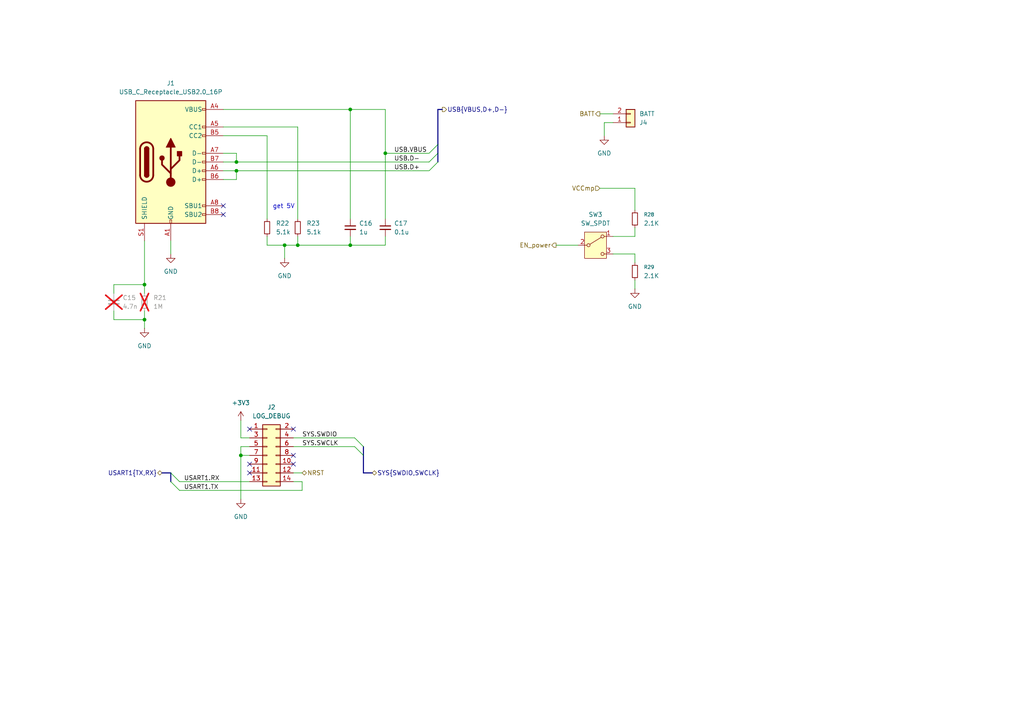
<source format=kicad_sch>
(kicad_sch (version 20250114) (generator "eeschema") (generator_version "9.0")
  (paper "A4")
  (title_block (title "All connecter") (date "2025-07-11") (rev "V1.0") (company "Taipei Tech Racing") (comment 1 "design by Chen"))
  (lib_symbols
    (symbol "Connector:USB_C_Receptacle_USB2.0_16P" (pin_names (offset 1.016))
      (property "Reference" "J" (at 0 22.225 0))
      (property "Value" "USB_C_Receptacle_USB2.0_16P" (at 0 19.685 0))
      (symbol "USB_C_Receptacle_USB2.0_16P_0_0"
        (rectangle (start -0.254 -17.78) (end 0.254 -16.764))
        (rectangle (start 10.16 15.494) (end 9.144 14.986))
        (rectangle (start 10.16 10.414) (end 9.144 9.906))
        (rectangle (start 10.16 7.874) (end 9.144 7.366))
        (rectangle (start 10.16 2.794) (end 9.144 2.286))
        (rectangle (start 10.16 0.254) (end 9.144 -0.254))
        (rectangle (start 10.16 -2.286) (end 9.144 -2.794))
        (rectangle (start 10.16 -4.826) (end 9.144 -5.334))
        (rectangle (start 10.16 -12.446) (end 9.144 -12.954))
        (rectangle (start 10.16 -14.986) (end 9.144 -15.494))
      )
      (symbol "USB_C_Receptacle_USB2.0_16P_0_1"
        (rectangle (start -10.16 17.78) (end 10.16 -17.78) (stroke (width 0.254)) (fill (type background)))
        (polyline (pts (xy -8.89 -3.81) (xy -8.89 3.81)) (stroke (width 0.508)))
        (rectangle (start -7.62 -3.81) (end -6.35 3.81) (stroke (width 0.254)) (fill (type outline)))
        (arc (start -7.62 3.81) (mid -6.985 4.4423) (end -6.35 3.81) (stroke (width 0.254)))
        (arc (start -7.62 3.81) (mid -6.985 4.4423) (end -6.35 3.81) (stroke (width 0.254)) (fill (type outline)))
        (arc (start -8.89 3.81) (mid -6.985 5.7067) (end -5.08 3.81) (stroke (width 0.508)))
        (arc (start -5.08 -3.81) (mid -6.985 -5.7067) (end -8.89 -3.81) (stroke (width 0.508)))
        (arc (start -6.35 -3.81) (mid -6.985 -4.4423) (end -7.62 -3.81) (stroke (width 0.254)))
        (arc (start -6.35 -3.81) (mid -6.985 -4.4423) (end -7.62 -3.81) (stroke (width 0.254)) (fill (type outline)))
        (polyline (pts (xy -5.08 3.81) (xy -5.08 -3.81)) (stroke (width 0.508)))
        (circle (center -2.54 1.143) (radius 0.635) (stroke (width 0.254)) (fill (type outline)))
        (polyline (pts (xy -1.27 4.318) (xy 0 6.858) (xy 1.27 4.318) (xy -1.27 4.318)) (stroke (width 0.254)) (fill (type outline)))
        (polyline (pts (xy 0 -2.032) (xy 2.54 0.508) (xy 2.54 1.778)) (stroke (width 0.508)))
        (polyline (pts (xy 0 -3.302) (xy -2.54 -0.762) (xy -2.54 0.508)) (stroke (width 0.508)))
        (polyline (pts (xy 0 -5.842) (xy 0 4.318)) (stroke (width 0.508)))
        (circle (center 0 -5.842) (radius 1.27) (fill (type outline)))
        (rectangle (start 1.905 1.778) (end 3.175 3.048) (stroke (width 0.254)) (fill (type outline)))
      )
      (symbol "USB_C_Receptacle_USB2.0_16P_1_1"
        (pin passive line (at -7.62 -22.86 90) (length 5.08) (name "SHIELD") (number "S1"))
        (pin passive line (at 0 -22.86 90) (length 5.08) (name "GND") (number "A1"))
        (pin passive line (at 0 -22.86 90) (length 5.08) (hide yes) (name "GND") (number "A12"))
        (pin passive line (at 0 -22.86 90) (length 5.08) (hide yes) (name "GND") (number "B1"))
        (pin passive line (at 0 -22.86 90) (length 5.08) (hide yes) (name "GND") (number "B12"))
        (pin passive line (at 15.24 15.24 180) (length 5.08) (name "VBUS") (number "A4"))
        (pin passive line (at 15.24 15.24 180) (length 5.08) (hide yes) (name "VBUS") (number "A9"))
        (pin passive line (at 15.24 15.24 180) (length 5.08) (hide yes) (name "VBUS") (number "B4"))
        (pin passive line (at 15.24 15.24 180) (length 5.08) (hide yes) (name "VBUS") (number "B9"))
        (pin bidirectional line (at 15.24 10.16 180) (length 5.08) (name "CC1") (number "A5"))
        (pin bidirectional line (at 15.24 7.62 180) (length 5.08) (name "CC2") (number "B5"))
        (pin bidirectional line (at 15.24 2.54 180) (length 5.08) (name "D-") (number "A7"))
        (pin bidirectional line (at 15.24 0 180) (length 5.08) (name "D-") (number "B7"))
        (pin bidirectional line (at 15.24 -2.54 180) (length 5.08) (name "D+") (number "A6"))
        (pin bidirectional line (at 15.24 -5.08 180) (length 5.08) (name "D+") (number "B6"))
        (pin bidirectional line (at 15.24 -12.7 180) (length 5.08) (name "SBU1") (number "A8"))
        (pin bidirectional line (at 15.24 -15.24 180) (length 5.08) (name "SBU2") (number "B8"))
      )
    )
    (symbol "Connector_Generic:Conn_01x02" (pin_names (offset 1.016) (hide yes))
      (property "Reference" "J" (at 0 2.54 0))
      (property "Value" "Conn_01x02" (at 0 -5.08 0))
      (symbol "Conn_01x02_1_1"
        (rectangle (start -1.27 1.27) (end 1.27 -3.81) (stroke (width 0.254)) (fill (type background)))
        (rectangle (start -1.27 0.127) (end 0 -0.127) (stroke (width 0.1524)))
        (rectangle (start -1.27 -2.413) (end 0 -2.667) (stroke (width 0.1524)))
        (pin passive line (at -5.08 0 0) (length 3.81) (name "Pin_1") (number "1"))
        (pin passive line (at -5.08 -2.54 0) (length 3.81) (name "Pin_2") (number "2"))
      )
    )
    (symbol "Connector_Generic:Conn_02x07_Odd_Even" (pin_names (offset 1.016) (hide yes))
      (property "Reference" "J" (at 1.27 10.16 0))
      (property "Value" "Conn_02x07_Odd_Even" (at 1.27 -10.16 0))
      (symbol "Conn_02x07_Odd_Even_1_1"
        (rectangle (start -1.27 8.89) (end 3.81 -8.89) (stroke (width 0.254)) (fill (type background)))
        (rectangle (start -1.27 7.747) (end 0 7.493) (stroke (width 0.1524)))
        (rectangle (start -1.27 5.207) (end 0 4.953) (stroke (width 0.1524)))
        (rectangle (start -1.27 2.667) (end 0 2.413) (stroke (width 0.1524)))
        (rectangle (start -1.27 0.127) (end 0 -0.127) (stroke (width 0.1524)))
        (rectangle (start -1.27 -2.413) (end 0 -2.667) (stroke (width 0.1524)))
        (rectangle (start -1.27 -4.953) (end 0 -5.207) (stroke (width 0.1524)))
        (rectangle (start -1.27 -7.493) (end 0 -7.747) (stroke (width 0.1524)))
        (rectangle (start 3.81 7.747) (end 2.54 7.493) (stroke (width 0.1524)))
        (rectangle (start 3.81 5.207) (end 2.54 4.953) (stroke (width 0.1524)))
        (rectangle (start 3.81 2.667) (end 2.54 2.413) (stroke (width 0.1524)))
        (rectangle (start 3.81 0.127) (end 2.54 -0.127) (stroke (width 0.1524)))
        (rectangle (start 3.81 -2.413) (end 2.54 -2.667) (stroke (width 0.1524)))
        (rectangle (start 3.81 -4.953) (end 2.54 -5.207) (stroke (width 0.1524)))
        (rectangle (start 3.81 -7.493) (end 2.54 -7.747) (stroke (width 0.1524)))
        (pin passive line (at -5.08 7.62 0) (length 3.81) (name "Pin_1") (number "1"))
        (pin passive line (at -5.08 5.08 0) (length 3.81) (name "Pin_3") (number "3"))
        (pin passive line (at -5.08 2.54 0) (length 3.81) (name "Pin_5") (number "5"))
        (pin passive line (at -5.08 0 0) (length 3.81) (name "Pin_7") (number "7"))
        (pin passive line (at -5.08 -2.54 0) (length 3.81) (name "Pin_9") (number "9"))
        (pin passive line (at -5.08 -5.08 0) (length 3.81) (name "Pin_11") (number "11"))
        (pin passive line (at -5.08 -7.62 0) (length 3.81) (name "Pin_13") (number "13"))
        (pin passive line (at 7.62 7.62 180) (length 3.81) (name "Pin_2") (number "2"))
        (pin passive line (at 7.62 5.08 180) (length 3.81) (name "Pin_4") (number "4"))
        (pin passive line (at 7.62 2.54 180) (length 3.81) (name "Pin_6") (number "6"))
        (pin passive line (at 7.62 0 180) (length 3.81) (name "Pin_8") (number "8"))
        (pin passive line (at 7.62 -2.54 180) (length 3.81) (name "Pin_10") (number "10"))
        (pin passive line (at 7.62 -5.08 180) (length 3.81) (name "Pin_12") (number "12"))
        (pin passive line (at 7.62 -7.62 180) (length 3.81) (name "Pin_14") (number "14"))
      )
    )
    (symbol "Device:C_Small" (pin_numbers (hide yes)) (pin_names (offset 0.254) (hide yes))
      (property "Reference" "C" (at 0.254 1.778 0))
      (property "Value" "C_Small" (at 0.254 -2.032 0))
      (symbol "C_Small_0_1"
        (polyline (pts (xy -1.524 0.508) (xy 1.524 0.508)) (stroke (width 0.3048)))
        (polyline (pts (xy -1.524 -0.508) (xy 1.524 -0.508)) (stroke (width 0.3302)))
      )
      (symbol "C_Small_1_1"
        (pin passive line (at 0 2.54 270) (length 2.032) (name "~") (number "1"))
        (pin passive line (at 0 -2.54 90) (length 2.032) (name "~") (number "2"))
      )
    )
    (symbol "Device:R_Small" (pin_numbers (hide yes)) (pin_names (offset 0.254) (hide yes))
      (property "Reference" "R" (at 0 0 90))
      (property "Value" "R_Small" (at 1.778 0 90))
      (symbol "R_Small_0_1"
        (rectangle (start -0.762 1.778) (end 0.762 -1.778) (stroke (width 0.2032)))
      )
      (symbol "R_Small_1_1"
        (pin passive line (at 0 2.54 270) (length 0.762) (name "~") (number "1"))
        (pin passive line (at 0 -2.54 90) (length 0.762) (name "~") (number "2"))
      )
    )
    (symbol "R_Small_1" (pin_numbers (hide yes)) (pin_names (offset 0.254) (hide yes))
      (property "Reference" "R" (at 0 0 90))
      (property "Value" "R_Small" (at 1.778 0 90))
      (symbol "R_Small_1_0_1"
        (rectangle (start -0.762 1.778) (end 0.762 -1.778) (stroke (width 0.2032)))
      )
      (symbol "R_Small_1_1_1"
        (pin passive line (at 0 2.54 270) (length 0.762) (name "~") (number "1"))
        (pin passive line (at 0 -2.54 90) (length 0.762) (name "~") (number "2"))
      )
    )
    (symbol "R_Small_2" (pin_numbers (hide yes)) (pin_names (offset 0.254) (hide yes))
      (property "Reference" "R" (at 0 0 90))
      (property "Value" "R_Small" (at 1.778 0 90))
      (symbol "R_Small_2_0_1"
        (rectangle (start -0.762 1.778) (end 0.762 -1.778) (stroke (width 0.2032)))
      )
      (symbol "R_Small_2_1_1"
        (pin passive line (at 0 2.54 270) (length 0.762) (name "~") (number "1"))
        (pin passive line (at 0 -2.54 90) (length 0.762) (name "~") (number "2"))
      )
    )
    (symbol "R_Small_3" (pin_numbers (hide yes)) (pin_names (offset 0.254) (hide yes))
      (property "Reference" "R" (at 0 0 90))
      (property "Value" "R_Small" (at 1.778 0 90))
      (symbol "R_Small_3_0_1"
        (rectangle (start -0.762 1.778) (end 0.762 -1.778) (stroke (width 0.2032)))
      )
      (symbol "R_Small_3_1_1"
        (pin passive line (at 0 2.54 270) (length 0.762) (name "~") (number "1"))
        (pin passive line (at 0 -2.54 90) (length 0.762) (name "~") (number "2"))
      )
    )
    (symbol "Switch:SW_SPDT" (pin_names (offset 0) (hide yes))
      (property "Reference" "SW" (at 0 5.08 0))
      (property "Value" "SW_SPDT" (at 0 -5.08 0))
      (symbol "SW_SPDT_0_1"
        (circle (center -2.032 0) (radius 0.4572))
        (polyline (pts (xy -1.651 0.254) (xy 1.651 2.286)))
        (circle (center 2.032 2.54) (radius 0.4572))
        (circle (center 2.032 -2.54) (radius 0.4572))
      )
      (symbol "SW_SPDT_1_1"
        (rectangle (start -3.175 3.81) (end 3.175 -3.81) (fill (type background)))
        (pin passive line (at -5.08 0 0) (length 2.54) (name "B") (number "2"))
        (pin passive line (at 5.08 2.54 180) (length 2.54) (name "A") (number "1"))
        (pin passive line (at 5.08 -2.54 180) (length 2.54) (name "C") (number "3"))
      )
    )
    (symbol "power:+3V3" (power) (pin_numbers (hide yes)) (pin_names (offset 0) (hide yes))
      (property "Value" "+3V3" (at 0 3.556 0))
      (symbol "+3V3_0_1"
        (polyline (pts (xy -0.762 1.27) (xy 0 2.54)))
        (polyline (pts (xy 0 2.54) (xy 0.762 1.27)))
        (polyline (pts (xy 0 0) (xy 0 2.54)))
      )
      (symbol "+3V3_1_1"
        (pin power_in line (at 0 0 90) (length 0) (name "~") (number "1"))
      )
    )
    (symbol "power:GND" (power) (pin_numbers (hide yes)) (pin_names (offset 0) (hide yes))
      (property "Value" "GND" (at 0 -3.81 0))
      (symbol "GND_0_1"
        (polyline (pts (xy 0 0) (xy 0 -1.27) (xy 1.27 -1.27) (xy 0 -2.54) (xy -1.27 -1.27) (xy 0 -1.27)))
      )
      (symbol "GND_1_1"
        (pin power_in line (at 0 0 270) (length 0) (name "~") (number "1"))
      )
    )
  )
  (text "get 5V" (at 82.296 59.944 0) (effects (font (size 1.27 1.27))))
  (junction (at 68.58 46.99))
  (junction (at 101.6 71.12))
  (junction (at 41.91 82.55))
  (junction (at 101.6 31.75))
  (junction (at 69.85 132.08))
  (junction (at 111.76 44.45))
  (junction (at 68.58 49.53))
  (junction (at 82.55 71.12))
  (junction (at 86.36 71.12))
  (junction (at 41.91 92.71))
  (no_connect (at 85.09 124.46))
  (no_connect (at 64.77 62.23))
  (no_connect (at 72.39 137.16))
  (no_connect (at 85.09 134.62))
  (no_connect (at 85.09 132.08))
  (no_connect (at 64.77 59.69))
  (no_connect (at 72.39 124.46))
  (no_connect (at 72.39 134.62))
  (bus_entry (at 105.41 132.08) (size -2.54 -2.54))
  (bus_entry (at 49.53 137.16) (size 2.54 2.54))
  (bus_entry (at 124.46 44.45) (size 2.54 -2.54))
  (bus_entry (at 105.41 129.54) (size -2.54 -2.54))
  (bus_entry (at 124.46 49.53) (size 2.54 -2.54))
  (bus_entry (at 124.46 46.99) (size 2.54 -2.54))
  (bus_entry (at 49.53 139.7) (size 2.54 2.54))
  (wire (pts (xy 49.53 69.85) (xy 49.53 73.66)))
  (wire (pts (xy 111.76 68.58) (xy 111.76 71.12)))
  (wire (pts (xy 101.6 31.75) (xy 64.77 31.75)))
  (wire (pts (xy 101.6 71.12) (xy 86.36 71.12)))
  (wire (pts (xy 111.76 71.12) (xy 101.6 71.12)))
  (wire (pts (xy 184.15 73.66) (xy 184.15 76.2)))
  (wire (pts (xy 69.85 132.08) (xy 69.85 144.78)))
  (bus (pts (xy 127 41.91) (xy 127 31.75)))
  (wire (pts (xy 77.47 68.58) (xy 77.47 71.12)))
  (wire (pts (xy 64.77 52.07) (xy 68.58 52.07)))
  (wire (pts (xy 68.58 49.53) (xy 68.58 52.07)))
  (wire (pts (xy 184.15 68.58) (xy 184.15 66.04)))
  (wire (pts (xy 68.58 46.99) (xy 124.46 46.99)))
  (wire (pts (xy 85.09 127) (xy 102.87 127)))
  (wire (pts (xy 33.02 85.09) (xy 33.02 82.55)))
  (wire (pts (xy 85.09 139.7) (xy 87.63 139.7)))
  (wire (pts (xy 82.55 71.12) (xy 82.55 74.93)))
  (wire (pts (xy 64.77 39.37) (xy 77.47 39.37)))
  (wire (pts (xy 33.02 82.55) (xy 41.91 82.55)))
  (wire (pts (xy 86.36 68.58) (xy 86.36 71.12)))
  (bus (pts (xy 127 31.75) (xy 128.27 31.75)))
  (wire (pts (xy 85.09 129.54) (xy 102.87 129.54)))
  (bus (pts (xy 127 44.45) (xy 127 41.91)))
  (wire (pts (xy 41.91 92.71) (xy 41.91 95.25)))
  (bus (pts (xy 105.41 129.54) (xy 105.41 132.08)))
  (wire (pts (xy 68.58 49.53) (xy 124.46 49.53)))
  (wire (pts (xy 68.58 44.45) (xy 68.58 46.99)))
  (wire (pts (xy 52.07 139.7) (xy 72.39 139.7)))
  (wire (pts (xy 33.02 90.17) (xy 33.02 92.71)))
  (wire (pts (xy 111.76 63.5) (xy 111.76 44.45)))
  (wire (pts (xy 184.15 54.61) (xy 184.15 60.96)))
  (wire (pts (xy 86.36 36.83) (xy 86.36 63.5)))
  (wire (pts (xy 69.85 129.54) (xy 69.85 132.08)))
  (wire (pts (xy 72.39 129.54) (xy 69.85 129.54)))
  (wire (pts (xy 69.85 121.92) (xy 69.85 127)))
  (wire (pts (xy 177.8 73.66) (xy 184.15 73.66)))
  (wire (pts (xy 173.99 33.02) (xy 177.8 33.02)))
  (wire (pts (xy 184.15 81.28) (xy 184.15 83.82)))
  (bus (pts (xy 46.99 137.16) (xy 49.53 137.16)))
  (wire (pts (xy 41.91 90.17) (xy 41.91 92.71)))
  (wire (pts (xy 52.07 142.24) (xy 87.63 142.24)))
  (wire (pts (xy 64.77 46.99) (xy 68.58 46.99)))
  (wire (pts (xy 177.8 35.56) (xy 175.26 35.56)))
  (wire (pts (xy 175.26 35.56) (xy 175.26 39.37)))
  (wire (pts (xy 177.8 68.58) (xy 184.15 68.58)))
  (wire (pts (xy 41.91 82.55) (xy 41.91 85.09)))
  (wire (pts (xy 77.47 39.37) (xy 77.47 63.5)))
  (wire (pts (xy 64.77 49.53) (xy 68.58 49.53)))
  (wire (pts (xy 69.85 132.08) (xy 72.39 132.08)))
  (bus (pts (xy 105.41 137.16) (xy 107.95 137.16)))
  (wire (pts (xy 101.6 31.75) (xy 111.76 31.75)))
  (wire (pts (xy 161.29 71.12) (xy 167.64 71.12)))
  (wire (pts (xy 64.77 36.83) (xy 86.36 36.83)))
  (wire (pts (xy 33.02 92.71) (xy 41.91 92.71)))
  (wire (pts (xy 85.09 137.16) (xy 87.63 137.16)))
  (wire (pts (xy 69.85 127) (xy 72.39 127)))
  (wire (pts (xy 64.77 44.45) (xy 68.58 44.45)))
  (wire (pts (xy 82.55 71.12) (xy 86.36 71.12)))
  (wire (pts (xy 77.47 71.12) (xy 82.55 71.12)))
  (wire (pts (xy 111.76 44.45) (xy 124.46 44.45)))
  (wire (pts (xy 101.6 63.5) (xy 101.6 31.75)))
  (wire (pts (xy 41.91 69.85) (xy 41.91 82.55)))
  (bus (pts (xy 127 46.99) (xy 127 44.45)))
  (wire (pts (xy 111.76 44.45) (xy 111.76 31.75)))
  (bus (pts (xy 105.41 132.08) (xy 105.41 137.16)))
  (bus (pts (xy 49.53 139.7) (xy 49.53 137.16)))
  (wire (pts (xy 173.99 54.61) (xy 184.15 54.61)))
  (wire (pts (xy 87.63 139.7) (xy 87.63 142.24)))
  (wire (pts (xy 101.6 68.58) (xy 101.6 71.12)))
  (label "SYS.SWCLK" (at 87.63 129.54 0))
  (label "SYS.SWDIO" (at 87.63 127 0))
  (label "USART1.RX" (at 53.34 139.7 0))
  (label "USART1.TX" (at 53.34 142.24 0))
  (label "USB.D+" (at 114.3 49.53 0))
  (label "USB.D-" (at 114.3 46.99 0))
  (label "USB.VBUS" (at 114.3 44.45 0))
  (hierarchical_label "BATT" (shape output) (at 173.99 33.02 180))
  (hierarchical_label "NRST" (shape bidirectional) (at 87.63 137.16 0))
  (hierarchical_label "VCCmp" (shape input) (at 173.99 54.61 180))
  (hierarchical_label "SYS{SWDIO,SWCLK}" (shape bidirectional) (at 107.95 137.16 0))
  (hierarchical_label "EN_power" (shape output) (at 161.29 71.12 180))
  (hierarchical_label "USART1{TX,RX}" (shape bidirectional) (at 46.99 137.16 180))
  (hierarchical_label "USB{VBUS,D+,D-}" (shape output) (at 128.27 31.75 0))
  (symbol (lib_id "power:GND") (at 49.53 73.66 0) (unit 1)
    (property "Reference" "#PWR018" (effects (hide yes)))
    (property "Value" "GND" (at 49.53 78.74 0))
    (property "Description" "Power symbol creates a global label with name \"GND\" , ground" (effects (hide yes)))
  )
  (symbol (lib_id "Device:R_Small") (at 41.91 87.63 0) (unit 1) (dnp yes)
    (property "Reference" "R21" (at 44.45 86.3599 0) (effects (justify left)))
    (property "Value" "1M" (at 44.45 88.8999 0) (effects (justify left)))
    (property "Footprint" "Resistor_SMD:R_0603_1608Metric" (effects (hide yes)))
    (property "Description" "Resistor, small symbol" (effects (hide yes)))
  )
  (symbol (lib_id "Switch:SW_SPDT") (at 172.72 71.12 0) (unit 1)
    (property "Reference" "SW3" (at 172.72 62.23 0))
    (property "Value" "SW_SPDT" (at 172.72 64.77 0))
    (property "Footprint" "TTR:switch_450301014042" (effects (hide yes)))
    (property "Description" "Switch, single pole double throw" (effects (hide yes)))
  )
  (symbol (lib_id "power:GND") (at 41.91 95.25 0) (unit 1)
    (property "Reference" "#PWR017" (effects (hide yes)))
    (property "Value" "GND" (at 41.91 100.33 0))
    (property "Description" "Power symbol creates a global label with name \"GND\" , ground" (effects (hide yes)))
  )
  (symbol (lib_name "R_Small_1") (lib_id "Device:R_Small") (at 184.15 78.74 0) (unit 1)
    (property "Reference" "R29" (at 186.69 77.4699 0) (effects (font (size 1.016 1.016)) (justify left)))
    (property "Value" "2.1K" (at 186.69 80.0099 0) (effects (justify left)))
    (property "Footprint" "Resistor_SMD:R_0603_1608Metric" (effects (hide yes)))
    (property "Description" "Resistor, small symbol" (effects (hide yes)))
  )
  (symbol (lib_id "power:GND") (at 69.85 144.78 0) (unit 1)
    (property "Reference" "#PWR020" (effects (hide yes)))
    (property "Value" "GND" (at 69.85 149.86 0))
    (property "Description" "Power symbol creates a global label with name \"GND\" , ground" (effects (hide yes)))
  )
  (symbol (lib_name "R_Small_2") (lib_id "Device:R_Small") (at 77.47 66.04 180) (unit 1)
    (property "Reference" "R22" (at 80.01 64.7699 0) (effects (justify right)))
    (property "Value" "5.1k" (at 80.01 67.3099 0) (effects (justify right)))
    (property "Footprint" "Resistor_SMD:R_0603_1608Metric" (effects (hide yes)))
    (property "Description" "Resistor, small symbol" (effects (hide yes)))
  )
  (symbol (lib_name "R_Small_1") (lib_id "Device:R_Small") (at 184.15 63.5 0) (unit 1)
    (property "Reference" "R28" (at 186.69 62.2299 0) (effects (font (size 1.016 1.016)) (justify left)))
    (property "Value" "2.1K" (at 186.69 64.7699 0) (effects (justify left)))
    (property "Footprint" "Resistor_SMD:R_0603_1608Metric" (effects (hide yes)))
    (property "Description" "Resistor, small symbol" (effects (hide yes)))
  )
  (symbol (lib_name "R_Small_3") (lib_id "Device:R_Small") (at 86.36 66.04 180) (unit 1)
    (property "Reference" "R23" (at 88.9 64.7699 0) (effects (justify right)))
    (property "Value" "5.1k" (at 88.9 67.3099 0) (effects (justify right)))
    (property "Footprint" "Resistor_SMD:R_0603_1608Metric" (effects (hide yes)))
    (property "Description" "Resistor, small symbol" (effects (hide yes)))
  )
  (symbol (lib_id "power:GND") (at 184.15 83.82 0) (unit 1)
    (property "Reference" "#PWR049" (effects (hide yes)))
    (property "Value" "GND" (at 184.15 88.9 0))
    (property "Description" "Power symbol creates a global label with name \"GND\" , ground" (effects (hide yes)))
  )
  (symbol (lib_id "Device:C_Small") (at 111.76 66.04 0) (unit 1)
    (property "Reference" "C17" (at 114.3 64.7762 0) (effects (justify left)))
    (property "Value" "0.1u" (at 114.3 67.3162 0) (effects (justify left)))
    (property "Footprint" "Capacitor_SMD:C_0603_1608Metric" (effects (hide yes)))
    (property "Description" "Unpolarized capacitor, small symbol" (effects (hide yes)))
  )
  (symbol (lib_id "Device:C_Small") (at 101.6 66.04 0) (unit 1)
    (property "Reference" "C16" (at 104.14 64.7762 0) (effects (justify left)))
    (property "Value" "1u" (at 104.14 67.3162 0) (effects (justify left)))
    (property "Footprint" "Capacitor_SMD:C_0603_1608Metric" (effects (hide yes)))
    (property "Description" "Unpolarized capacitor, small symbol" (effects (hide yes)))
  )
  (symbol (lib_id "power:GND") (at 82.55 74.93 0) (unit 1)
    (property "Reference" "#PWR021" (effects (hide yes)))
    (property "Value" "GND" (at 82.55 80.01 0))
    (property "Description" "Power symbol creates a global label with name \"GND\" , ground" (effects (hide yes)))
  )
  (symbol (lib_id "Connector_Generic:Conn_01x02") (at 182.88 35.56 0) (mirror x) (unit 1)
    (property "Reference" "J4" (at 185.42 35.5601 0) (effects (justify left)))
    (property "Value" "BATT" (at 185.42 33.0201 0) (effects (justify left)))
    (property "Footprint" "Connector_JST:JST_XH_S2B-XH-A-1_1x02_P2.50mm_Horizontal" (effects (hide yes)))
    (property "Description" "Generic connector, single row, 01x02, script generated (kicad-library-utils/schlib/autogen/connector/)" (effects (hide yes)))
  )
  (symbol (lib_id "Device:C_Small") (at 33.02 87.63 0) (unit 1) (dnp yes)
    (property "Reference" "C15" (at 35.56 86.3662 0) (effects (justify left)))
    (property "Value" "4.7n" (at 35.56 88.9062 0) (effects (justify left)))
    (property "Footprint" "Capacitor_SMD:C_0603_1608Metric" (effects (hide yes)))
    (property "Description" "Unpolarized capacitor, small symbol" (effects (hide yes)))
  )
  (symbol (lib_id "Connector_Generic:Conn_02x07_Odd_Even") (at 77.47 132.08 0) (unit 1)
    (property "Reference" "J2" (at 78.74 118.11 0))
    (property "Value" "LOG_DEBUG" (at 78.74 120.65 0))
    (property "Footprint" "TTR:62731420621" (effects (hide yes)))
    (property "Description" "Generic connector, double row, 02x07, odd/even pin numbering scheme (row 1 odd numbers, row 2 even numbers), script generated (kicad-library-utils/schlib/autogen/connector/)" (effects (hide yes)))
    (property "WE" "62731420621" (effects (hide yes)))
  )
  (symbol (lib_id "Connector:USB_C_Receptacle_USB2.0_16P") (at 49.53 46.99 0) (unit 1)
    (property "Reference" "J1" (at 49.53 24.13 0))
    (property "Value" "USB_C_Receptacle_USB2.0_16P" (at 49.53 26.67 0))
    (property "Footprint" "TTR:USB_C_Receptacle_WE_632723300011_hand" (effects (hide yes)))
    (property "Datasheet" "https://www.usb.org/sites/default/files/documents/usb_type-c.zip" (effects (hide yes)))
    (property "Description" "USB 2.0-only 16P Type-C Receptacle connector" (effects (hide yes)))
  )
  (symbol (lib_id "power:GND") (at 175.26 39.37 0) (unit 1)
    (property "Reference" "#PWR050" (effects (hide yes)))
    (property "Value" "GND" (at 175.26 44.45 0))
    (property "Description" "Power symbol creates a global label with name \"GND\" , ground" (effects (hide yes)))
  )
  (symbol (lib_id "power:+3V3") (at 69.85 121.92 0) (unit 1)
    (property "Reference" "#PWR019" (effects (hide yes)))
    (property "Value" "+3V3" (at 69.85 116.84 0))
    (property "Description" "Power symbol creates a global label with name \"+3V3\"" (effects (hide yes)))
  )
)
</source>
